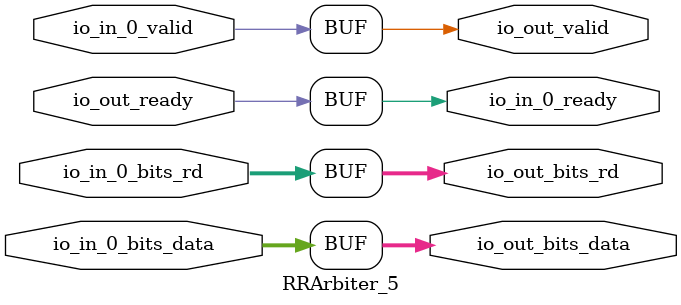
<source format=sv>
`ifndef RANDOMIZE
  `ifdef RANDOMIZE_REG_INIT
    `define RANDOMIZE
  `endif // RANDOMIZE_REG_INIT
`endif // not def RANDOMIZE
`ifndef RANDOMIZE
  `ifdef RANDOMIZE_MEM_INIT
    `define RANDOMIZE
  `endif // RANDOMIZE_MEM_INIT
`endif // not def RANDOMIZE

`ifndef RANDOM
  `define RANDOM $random
`endif // not def RANDOM

// Users can define 'PRINTF_COND' to add an extra gate to prints.
`ifndef PRINTF_COND_
  `ifdef PRINTF_COND
    `define PRINTF_COND_ (`PRINTF_COND)
  `else  // PRINTF_COND
    `define PRINTF_COND_ 1
  `endif // PRINTF_COND
`endif // not def PRINTF_COND_

// Users can define 'ASSERT_VERBOSE_COND' to add an extra gate to assert error printing.
`ifndef ASSERT_VERBOSE_COND_
  `ifdef ASSERT_VERBOSE_COND
    `define ASSERT_VERBOSE_COND_ (`ASSERT_VERBOSE_COND)
  `else  // ASSERT_VERBOSE_COND
    `define ASSERT_VERBOSE_COND_ 1
  `endif // ASSERT_VERBOSE_COND
`endif // not def ASSERT_VERBOSE_COND_

// Users can define 'STOP_COND' to add an extra gate to stop conditions.
`ifndef STOP_COND_
  `ifdef STOP_COND
    `define STOP_COND_ (`STOP_COND)
  `else  // STOP_COND
    `define STOP_COND_ 1
  `endif // STOP_COND
`endif // not def STOP_COND_

// Users can define INIT_RANDOM as general code that gets injected into the
// initializer block for modules with registers.
`ifndef INIT_RANDOM
  `define INIT_RANDOM
`endif // not def INIT_RANDOM

// If using random initialization, you can also define RANDOMIZE_DELAY to
// customize the delay used, otherwise 0.002 is used.
`ifndef RANDOMIZE_DELAY
  `define RANDOMIZE_DELAY 0.002
`endif // not def RANDOMIZE_DELAY

// Define INIT_RANDOM_PROLOG_ for use in our modules below.
`ifndef INIT_RANDOM_PROLOG_
  `ifdef RANDOMIZE
    `ifdef VERILATOR
      `define INIT_RANDOM_PROLOG_ `INIT_RANDOM
    `else  // VERILATOR
      `define INIT_RANDOM_PROLOG_ `INIT_RANDOM #`RANDOMIZE_DELAY begin end
    `endif // VERILATOR
  `else  // RANDOMIZE
    `define INIT_RANDOM_PROLOG_
  `endif // RANDOMIZE
`endif // not def INIT_RANDOM_PROLOG_

module RRArbiter_5(
  input         io_in_0_valid,
  input  [4:0]  io_in_0_bits_rd,
  input  [63:0] io_in_0_bits_data,
  input         io_out_ready,
  output        io_in_0_ready,
                io_out_valid,
  output [4:0]  io_out_bits_rd,
  output [63:0] io_out_bits_data
);

  assign io_in_0_ready = io_out_ready;
  assign io_out_valid = io_in_0_valid;
  assign io_out_bits_rd = io_in_0_bits_rd;
  assign io_out_bits_data = io_in_0_bits_data;
endmodule


</source>
